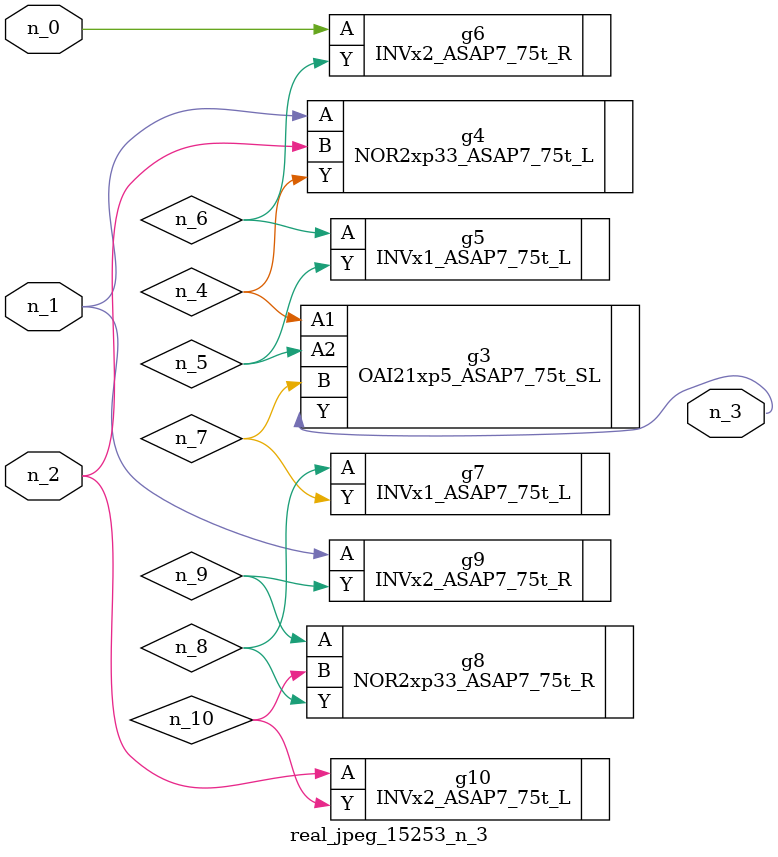
<source format=v>
module real_jpeg_15253_n_3 (n_1, n_0, n_2, n_3);

input n_1;
input n_0;
input n_2;

output n_3;

wire n_5;
wire n_4;
wire n_8;
wire n_6;
wire n_7;
wire n_10;
wire n_9;

INVx2_ASAP7_75t_R g6 ( 
.A(n_0),
.Y(n_6)
);

NOR2xp33_ASAP7_75t_L g4 ( 
.A(n_1),
.B(n_2),
.Y(n_4)
);

INVx2_ASAP7_75t_R g9 ( 
.A(n_1),
.Y(n_9)
);

INVx2_ASAP7_75t_L g10 ( 
.A(n_2),
.Y(n_10)
);

OAI21xp5_ASAP7_75t_SL g3 ( 
.A1(n_4),
.A2(n_5),
.B(n_7),
.Y(n_3)
);

INVx1_ASAP7_75t_L g5 ( 
.A(n_6),
.Y(n_5)
);

INVx1_ASAP7_75t_L g7 ( 
.A(n_8),
.Y(n_7)
);

NOR2xp33_ASAP7_75t_R g8 ( 
.A(n_9),
.B(n_10),
.Y(n_8)
);


endmodule
</source>
